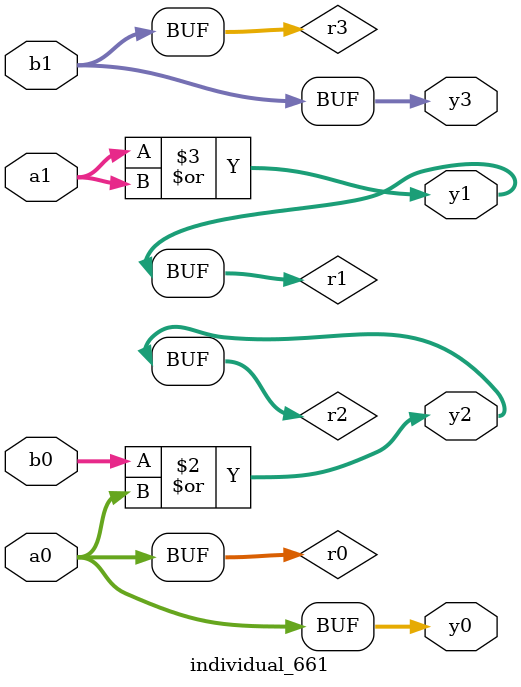
<source format=sv>
module individual_661(input logic [15:0] a1, input logic [15:0] a0, input logic [15:0] b1, input logic [15:0] b0, output logic [15:0] y3, output logic [15:0] y2, output logic [15:0] y1, output logic [15:0] y0);
logic [15:0] r0, r1, r2, r3; 
 always@(*) begin 
	 r0 = a0; r1 = a1; r2 = b0; r3 = b1; 
 	 r2  |=  a0 ;
 	 r1  |=  r1 ;
 	 y3 = r3; y2 = r2; y1 = r1; y0 = r0; 
end
endmodule
</source>
